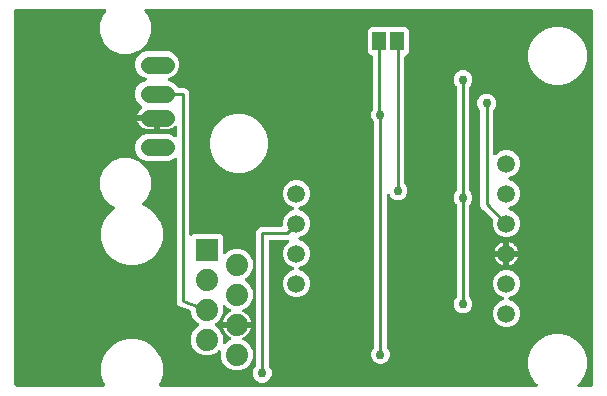
<source format=gbr>
G04 EAGLE Gerber RS-274X export*
G75*
%MOMM*%
%FSLAX34Y34*%
%LPD*%
%INTop Copper*%
%IPPOS*%
%AMOC8*
5,1,8,0,0,1.08239X$1,22.5*%
G01*
%ADD10C,1.879600*%
%ADD11R,1.879600X1.879600*%
%ADD12C,1.508000*%
%ADD13R,1.168400X1.600200*%
%ADD14C,1.458000*%
%ADD15C,0.254000*%
%ADD16C,0.756400*%

G36*
X85493Y10177D02*
X85493Y10177D01*
X85625Y10188D01*
X85650Y10197D01*
X85677Y10201D01*
X85800Y10249D01*
X85925Y10293D01*
X85948Y10308D01*
X85973Y10318D01*
X86080Y10395D01*
X86190Y10469D01*
X86208Y10489D01*
X86230Y10504D01*
X86315Y10607D01*
X86403Y10705D01*
X86416Y10729D01*
X86433Y10749D01*
X86489Y10869D01*
X86551Y10986D01*
X86557Y11013D01*
X86568Y11037D01*
X86593Y11167D01*
X86624Y11296D01*
X86623Y11323D01*
X86628Y11349D01*
X86620Y11481D01*
X86617Y11614D01*
X86610Y11640D01*
X86608Y11667D01*
X86568Y11793D01*
X86532Y11920D01*
X86515Y11955D01*
X86510Y11969D01*
X86499Y11988D01*
X86461Y12065D01*
X85082Y14452D01*
X83299Y21106D01*
X83299Y27994D01*
X85082Y34648D01*
X88526Y40613D01*
X93397Y45484D01*
X99362Y48928D01*
X106016Y50711D01*
X112904Y50711D01*
X119558Y48928D01*
X125523Y45484D01*
X130394Y40613D01*
X133838Y34648D01*
X135621Y27994D01*
X135621Y21106D01*
X133838Y14452D01*
X132459Y12065D01*
X132408Y11942D01*
X132352Y11823D01*
X132347Y11796D01*
X132336Y11771D01*
X132317Y11640D01*
X132292Y11510D01*
X132294Y11484D01*
X132290Y11457D01*
X132303Y11325D01*
X132312Y11193D01*
X132320Y11167D01*
X132323Y11141D01*
X132369Y11016D01*
X132410Y10891D01*
X132424Y10868D01*
X132433Y10842D01*
X132509Y10734D01*
X132580Y10622D01*
X132600Y10603D01*
X132615Y10581D01*
X132715Y10495D01*
X132811Y10404D01*
X132835Y10391D01*
X132855Y10373D01*
X132974Y10314D01*
X133090Y10250D01*
X133116Y10244D01*
X133140Y10232D01*
X133270Y10204D01*
X133398Y10171D01*
X133436Y10169D01*
X133451Y10165D01*
X133473Y10166D01*
X133559Y10161D01*
X451900Y10161D01*
X452037Y10178D01*
X452176Y10191D01*
X452195Y10198D01*
X452215Y10201D01*
X452344Y10252D01*
X452475Y10299D01*
X452492Y10310D01*
X452511Y10318D01*
X452623Y10399D01*
X452738Y10477D01*
X452752Y10493D01*
X452768Y10504D01*
X452857Y10612D01*
X452949Y10716D01*
X452958Y10734D01*
X452971Y10749D01*
X453030Y10875D01*
X453093Y10999D01*
X453098Y11019D01*
X453106Y11037D01*
X453133Y11173D01*
X453163Y11309D01*
X453162Y11330D01*
X453166Y11349D01*
X453158Y11488D01*
X453153Y11627D01*
X453148Y11647D01*
X453146Y11667D01*
X453104Y11799D01*
X453065Y11933D01*
X453055Y11950D01*
X453048Y11969D01*
X452974Y12087D01*
X452903Y12207D01*
X452885Y12228D01*
X452878Y12238D01*
X452863Y12252D01*
X452797Y12327D01*
X450266Y14858D01*
X447020Y20481D01*
X445339Y26753D01*
X445339Y33247D01*
X447020Y39519D01*
X450266Y45142D01*
X454858Y49734D01*
X460481Y52980D01*
X466753Y54661D01*
X473247Y54661D01*
X479519Y52980D01*
X485142Y49734D01*
X489734Y45142D01*
X492980Y39519D01*
X494661Y33247D01*
X494661Y26753D01*
X492980Y20481D01*
X489734Y14858D01*
X487203Y12327D01*
X487118Y12218D01*
X487029Y12111D01*
X487020Y12092D01*
X487008Y12076D01*
X486953Y11948D01*
X486894Y11823D01*
X486890Y11803D01*
X486882Y11784D01*
X486860Y11646D01*
X486834Y11510D01*
X486835Y11490D01*
X486832Y11470D01*
X486845Y11331D01*
X486854Y11193D01*
X486860Y11174D01*
X486862Y11154D01*
X486909Y11022D01*
X486952Y10891D01*
X486962Y10873D01*
X486969Y10854D01*
X487047Y10739D01*
X487122Y10622D01*
X487137Y10608D01*
X487148Y10591D01*
X487252Y10499D01*
X487353Y10404D01*
X487371Y10394D01*
X487386Y10381D01*
X487510Y10317D01*
X487632Y10250D01*
X487651Y10245D01*
X487670Y10236D01*
X487805Y10206D01*
X487940Y10171D01*
X487968Y10169D01*
X487980Y10166D01*
X488000Y10167D01*
X488100Y10161D01*
X498570Y10161D01*
X498688Y10176D01*
X498807Y10183D01*
X498845Y10196D01*
X498886Y10201D01*
X498996Y10244D01*
X499109Y10281D01*
X499144Y10303D01*
X499181Y10318D01*
X499277Y10387D01*
X499378Y10451D01*
X499406Y10481D01*
X499439Y10504D01*
X499515Y10596D01*
X499596Y10683D01*
X499616Y10718D01*
X499641Y10749D01*
X499692Y10857D01*
X499750Y10961D01*
X499760Y11001D01*
X499777Y11037D01*
X499799Y11154D01*
X499829Y11269D01*
X499833Y11329D01*
X499837Y11349D01*
X499835Y11370D01*
X499839Y11430D01*
X499839Y328570D01*
X499824Y328688D01*
X499817Y328807D01*
X499804Y328845D01*
X499799Y328886D01*
X499756Y328996D01*
X499719Y329109D01*
X499697Y329144D01*
X499682Y329181D01*
X499613Y329277D01*
X499549Y329378D01*
X499519Y329406D01*
X499496Y329439D01*
X499404Y329515D01*
X499317Y329596D01*
X499282Y329616D01*
X499251Y329641D01*
X499143Y329692D01*
X499039Y329750D01*
X498999Y329760D01*
X498963Y329777D01*
X498846Y329799D01*
X498731Y329829D01*
X498671Y329833D01*
X498651Y329837D01*
X498630Y329835D01*
X498570Y329839D01*
X121318Y329839D01*
X121180Y329822D01*
X121041Y329809D01*
X121022Y329802D01*
X121002Y329799D01*
X120873Y329748D01*
X120742Y329701D01*
X120725Y329690D01*
X120707Y329682D01*
X120594Y329601D01*
X120479Y329523D01*
X120466Y329507D01*
X120449Y329496D01*
X120360Y329388D01*
X120269Y329284D01*
X120259Y329266D01*
X120246Y329251D01*
X120187Y329125D01*
X120124Y329001D01*
X120120Y328981D01*
X120111Y328963D01*
X120085Y328827D01*
X120054Y328691D01*
X120055Y328670D01*
X120051Y328651D01*
X120060Y328512D01*
X120064Y328373D01*
X120070Y328353D01*
X120071Y328333D01*
X120114Y328201D01*
X120152Y328067D01*
X120163Y328050D01*
X120169Y328031D01*
X120244Y327913D01*
X120314Y327793D01*
X120333Y327772D01*
X120339Y327762D01*
X120354Y327748D01*
X120420Y327673D01*
X122343Y325750D01*
X125641Y317789D01*
X125641Y309171D01*
X122343Y301210D01*
X116250Y295117D01*
X108289Y291819D01*
X99671Y291819D01*
X91710Y295117D01*
X85617Y301210D01*
X82319Y309171D01*
X82319Y317789D01*
X85617Y325750D01*
X87540Y327673D01*
X87625Y327782D01*
X87714Y327889D01*
X87722Y327908D01*
X87735Y327924D01*
X87790Y328052D01*
X87849Y328177D01*
X87853Y328197D01*
X87861Y328216D01*
X87883Y328354D01*
X87909Y328490D01*
X87908Y328510D01*
X87911Y328530D01*
X87898Y328669D01*
X87889Y328807D01*
X87883Y328826D01*
X87881Y328846D01*
X87834Y328978D01*
X87791Y329109D01*
X87780Y329127D01*
X87773Y329146D01*
X87695Y329261D01*
X87621Y329378D01*
X87606Y329392D01*
X87595Y329409D01*
X87490Y329501D01*
X87389Y329596D01*
X87372Y329606D01*
X87356Y329619D01*
X87232Y329683D01*
X87111Y329750D01*
X87091Y329755D01*
X87073Y329764D01*
X86937Y329794D01*
X86803Y329829D01*
X86775Y329831D01*
X86763Y329834D01*
X86742Y329833D01*
X86642Y329839D01*
X11430Y329839D01*
X11312Y329824D01*
X11193Y329817D01*
X11155Y329804D01*
X11114Y329799D01*
X11004Y329756D01*
X10891Y329719D01*
X10856Y329697D01*
X10819Y329682D01*
X10723Y329613D01*
X10622Y329549D01*
X10594Y329519D01*
X10561Y329496D01*
X10485Y329404D01*
X10404Y329317D01*
X10384Y329282D01*
X10359Y329251D01*
X10308Y329143D01*
X10250Y329039D01*
X10240Y328999D01*
X10223Y328963D01*
X10201Y328846D01*
X10171Y328731D01*
X10167Y328671D01*
X10163Y328651D01*
X10165Y328630D01*
X10161Y328570D01*
X10161Y11430D01*
X10176Y11312D01*
X10183Y11193D01*
X10196Y11155D01*
X10201Y11114D01*
X10244Y11004D01*
X10281Y10891D01*
X10303Y10856D01*
X10318Y10819D01*
X10387Y10723D01*
X10451Y10622D01*
X10481Y10594D01*
X10504Y10561D01*
X10596Y10485D01*
X10683Y10404D01*
X10718Y10384D01*
X10749Y10359D01*
X10857Y10308D01*
X10961Y10250D01*
X11001Y10240D01*
X11037Y10223D01*
X11154Y10201D01*
X11269Y10171D01*
X11329Y10167D01*
X11349Y10163D01*
X11370Y10165D01*
X11430Y10161D01*
X85361Y10161D01*
X85493Y10177D01*
G37*
%LPC*%
G36*
X195682Y23787D02*
X195682Y23787D01*
X190734Y25837D01*
X186947Y29624D01*
X184897Y34572D01*
X184897Y39784D01*
X184880Y39921D01*
X184867Y40060D01*
X184860Y40079D01*
X184857Y40099D01*
X184806Y40228D01*
X184759Y40359D01*
X184748Y40376D01*
X184740Y40395D01*
X184659Y40508D01*
X184581Y40623D01*
X184565Y40636D01*
X184554Y40652D01*
X184446Y40741D01*
X184342Y40833D01*
X184324Y40842D01*
X184309Y40855D01*
X184183Y40914D01*
X184059Y40978D01*
X184039Y40982D01*
X184021Y40991D01*
X183885Y41017D01*
X183749Y41047D01*
X183728Y41047D01*
X183709Y41051D01*
X183570Y41042D01*
X183431Y41038D01*
X183411Y41032D01*
X183391Y41031D01*
X183259Y40988D01*
X183125Y40949D01*
X183108Y40939D01*
X183089Y40933D01*
X182971Y40858D01*
X182851Y40788D01*
X182830Y40769D01*
X182820Y40763D01*
X182806Y40748D01*
X182731Y40681D01*
X180586Y38537D01*
X175638Y36487D01*
X170282Y36487D01*
X165334Y38537D01*
X161547Y42324D01*
X159497Y47272D01*
X159497Y52628D01*
X161547Y57576D01*
X165334Y61363D01*
X165610Y61477D01*
X165730Y61546D01*
X165853Y61611D01*
X165868Y61625D01*
X165886Y61635D01*
X165985Y61731D01*
X166089Y61825D01*
X166100Y61842D01*
X166114Y61856D01*
X166187Y61975D01*
X166263Y62091D01*
X166270Y62110D01*
X166281Y62127D01*
X166322Y62260D01*
X166367Y62392D01*
X166368Y62412D01*
X166374Y62431D01*
X166381Y62570D01*
X166392Y62709D01*
X166388Y62729D01*
X166389Y62749D01*
X166361Y62885D01*
X166338Y63022D01*
X166329Y63041D01*
X166325Y63060D01*
X166264Y63185D01*
X166207Y63312D01*
X166194Y63328D01*
X166185Y63346D01*
X166095Y63452D01*
X166008Y63560D01*
X165992Y63573D01*
X165979Y63588D01*
X165865Y63668D01*
X165754Y63752D01*
X165729Y63764D01*
X165719Y63771D01*
X165700Y63778D01*
X165610Y63823D01*
X165334Y63937D01*
X161547Y67724D01*
X159497Y72672D01*
X159497Y73620D01*
X159490Y73679D01*
X159492Y73739D01*
X159470Y73836D01*
X159457Y73935D01*
X159435Y73991D01*
X159422Y74050D01*
X159377Y74138D01*
X159340Y74231D01*
X159305Y74279D01*
X159278Y74333D01*
X159212Y74408D01*
X159209Y74412D01*
X159197Y74431D01*
X159191Y74437D01*
X159154Y74488D01*
X159107Y74527D01*
X159067Y74572D01*
X158996Y74620D01*
X158965Y74649D01*
X158947Y74659D01*
X158909Y74691D01*
X158854Y74717D01*
X158804Y74750D01*
X158698Y74796D01*
X158686Y74803D01*
X158678Y74805D01*
X158657Y74814D01*
X152280Y77102D01*
X152145Y77132D01*
X152012Y77167D01*
X151982Y77169D01*
X151969Y77171D01*
X151953Y77171D01*
X151106Y77522D01*
X151089Y77527D01*
X151048Y77544D01*
X150160Y77863D01*
X150152Y77869D01*
X150042Y77952D01*
X150015Y77965D01*
X150004Y77972D01*
X149989Y77978D01*
X149340Y78627D01*
X149327Y78637D01*
X149296Y78669D01*
X148597Y79303D01*
X148592Y79312D01*
X148522Y79431D01*
X148502Y79453D01*
X148495Y79464D01*
X148483Y79475D01*
X148132Y80323D01*
X148124Y80338D01*
X148108Y80379D01*
X147705Y81232D01*
X147703Y81243D01*
X147684Y81379D01*
X147674Y81408D01*
X147672Y81420D01*
X147665Y81435D01*
X147665Y82352D01*
X147663Y82369D01*
X147664Y82413D01*
X147618Y83356D01*
X147621Y83367D01*
X147655Y83500D01*
X147657Y83530D01*
X147660Y83542D01*
X147659Y83563D01*
X147665Y83660D01*
X147665Y202953D01*
X147648Y203091D01*
X147635Y203229D01*
X147628Y203248D01*
X147625Y203269D01*
X147574Y203398D01*
X147527Y203529D01*
X147516Y203546D01*
X147508Y203564D01*
X147427Y203677D01*
X147349Y203792D01*
X147333Y203805D01*
X147322Y203822D01*
X147214Y203910D01*
X147110Y204002D01*
X147092Y204011D01*
X147077Y204024D01*
X146951Y204084D01*
X146827Y204147D01*
X146807Y204151D01*
X146789Y204160D01*
X146652Y204186D01*
X146517Y204217D01*
X146496Y204216D01*
X146477Y204220D01*
X146338Y204211D01*
X146199Y204207D01*
X146179Y204201D01*
X146159Y204200D01*
X146027Y204157D01*
X145893Y204118D01*
X145876Y204108D01*
X145857Y204102D01*
X145739Y204028D01*
X145619Y203957D01*
X145598Y203938D01*
X145588Y203932D01*
X145574Y203917D01*
X145499Y203850D01*
X144802Y203154D01*
X140629Y201425D01*
X121531Y201425D01*
X117358Y203154D01*
X114164Y206348D01*
X112435Y210521D01*
X112435Y215039D01*
X114164Y219212D01*
X117358Y222406D01*
X121531Y224135D01*
X140629Y224135D01*
X144802Y222406D01*
X145499Y221710D01*
X145608Y221625D01*
X145715Y221536D01*
X145734Y221527D01*
X145750Y221515D01*
X145878Y221459D01*
X146003Y221400D01*
X146023Y221396D01*
X146042Y221388D01*
X146180Y221366D01*
X146316Y221340D01*
X146336Y221342D01*
X146356Y221338D01*
X146495Y221351D01*
X146633Y221360D01*
X146652Y221366D01*
X146672Y221368D01*
X146803Y221415D01*
X146935Y221458D01*
X146953Y221469D01*
X146972Y221476D01*
X147086Y221554D01*
X147204Y221628D01*
X147218Y221643D01*
X147235Y221654D01*
X147327Y221758D01*
X147422Y221860D01*
X147432Y221878D01*
X147445Y221893D01*
X147508Y222016D01*
X147576Y222138D01*
X147581Y222158D01*
X147590Y222176D01*
X147620Y222312D01*
X147655Y222446D01*
X147657Y222474D01*
X147660Y222486D01*
X147659Y222507D01*
X147665Y222607D01*
X147665Y230108D01*
X147648Y230246D01*
X147635Y230385D01*
X147628Y230404D01*
X147625Y230424D01*
X147574Y230553D01*
X147527Y230684D01*
X147516Y230701D01*
X147508Y230719D01*
X147427Y230832D01*
X147349Y230947D01*
X147333Y230960D01*
X147322Y230977D01*
X147214Y231066D01*
X147110Y231158D01*
X147092Y231167D01*
X147077Y231180D01*
X146951Y231239D01*
X146827Y231302D01*
X146807Y231307D01*
X146789Y231315D01*
X146652Y231341D01*
X146517Y231372D01*
X146496Y231371D01*
X146477Y231375D01*
X146338Y231366D01*
X146199Y231362D01*
X146179Y231356D01*
X146159Y231355D01*
X146027Y231312D01*
X145893Y231274D01*
X145876Y231263D01*
X145857Y231257D01*
X145739Y231183D01*
X145619Y231112D01*
X145598Y231094D01*
X145588Y231087D01*
X145574Y231072D01*
X145499Y231006D01*
X144774Y230282D01*
X143523Y229372D01*
X142144Y228669D01*
X140672Y228191D01*
X139144Y227949D01*
X133454Y227949D01*
X133454Y236675D01*
X133439Y236793D01*
X133432Y236912D01*
X133419Y236950D01*
X133414Y236990D01*
X133371Y237101D01*
X133334Y237214D01*
X133312Y237248D01*
X133297Y237286D01*
X133228Y237382D01*
X133164Y237483D01*
X133134Y237511D01*
X133111Y237543D01*
X133019Y237619D01*
X132932Y237701D01*
X132897Y237720D01*
X132866Y237746D01*
X132758Y237797D01*
X132654Y237854D01*
X132614Y237864D01*
X132578Y237882D01*
X132461Y237904D01*
X132346Y237934D01*
X132286Y237938D01*
X132266Y237941D01*
X132245Y237940D01*
X132185Y237944D01*
X131244Y237944D01*
X131244Y238885D01*
X131229Y239003D01*
X131222Y239122D01*
X131209Y239160D01*
X131204Y239201D01*
X131160Y239311D01*
X131124Y239424D01*
X131102Y239459D01*
X131087Y239496D01*
X131017Y239592D01*
X130954Y239693D01*
X130924Y239721D01*
X130900Y239754D01*
X130809Y239830D01*
X130722Y239911D01*
X130687Y239931D01*
X130655Y239956D01*
X130548Y240007D01*
X130443Y240065D01*
X130404Y240075D01*
X130368Y240092D01*
X130251Y240114D01*
X130135Y240144D01*
X130075Y240148D01*
X130055Y240152D01*
X130035Y240150D01*
X129975Y240154D01*
X114225Y240154D01*
X114679Y241554D01*
X115382Y242933D01*
X116291Y244184D01*
X117386Y245278D01*
X118063Y245770D01*
X118172Y245873D01*
X118281Y245972D01*
X118287Y245981D01*
X118295Y245988D01*
X118374Y246114D01*
X118456Y246238D01*
X118460Y246248D01*
X118465Y246257D01*
X118511Y246398D01*
X118559Y246539D01*
X118560Y246549D01*
X118563Y246559D01*
X118573Y246708D01*
X118585Y246856D01*
X118583Y246866D01*
X118584Y246876D01*
X118556Y247023D01*
X118530Y247169D01*
X118526Y247179D01*
X118524Y247189D01*
X118460Y247324D01*
X118400Y247459D01*
X118393Y247467D01*
X118389Y247477D01*
X118294Y247592D01*
X118201Y247708D01*
X118193Y247714D01*
X118186Y247722D01*
X118066Y247809D01*
X117947Y247899D01*
X117934Y247905D01*
X117929Y247909D01*
X117916Y247914D01*
X117802Y247970D01*
X117358Y248154D01*
X114164Y251348D01*
X112435Y255521D01*
X112435Y260039D01*
X114164Y264212D01*
X117358Y267406D01*
X121465Y269107D01*
X121586Y269176D01*
X121709Y269241D01*
X121724Y269255D01*
X121742Y269265D01*
X121842Y269362D01*
X121944Y269455D01*
X121955Y269472D01*
X121970Y269486D01*
X122043Y269604D01*
X122119Y269721D01*
X122126Y269740D01*
X122136Y269757D01*
X122177Y269890D01*
X122222Y270022D01*
X122224Y270042D01*
X122230Y270061D01*
X122237Y270200D01*
X122248Y270339D01*
X122244Y270359D01*
X122245Y270379D01*
X122217Y270515D01*
X122193Y270652D01*
X122185Y270671D01*
X122181Y270690D01*
X122120Y270815D01*
X122063Y270942D01*
X122050Y270958D01*
X122041Y270976D01*
X121951Y271082D01*
X121864Y271190D01*
X121848Y271203D01*
X121835Y271218D01*
X121721Y271298D01*
X121610Y271382D01*
X121585Y271394D01*
X121575Y271401D01*
X121555Y271408D01*
X121465Y271453D01*
X117358Y273154D01*
X114164Y276348D01*
X112435Y280521D01*
X112435Y285039D01*
X114164Y289212D01*
X117358Y292406D01*
X121531Y294135D01*
X140629Y294135D01*
X144802Y292406D01*
X147996Y289212D01*
X149725Y285039D01*
X149725Y280521D01*
X147996Y276348D01*
X144802Y273154D01*
X140695Y271453D01*
X140574Y271384D01*
X140451Y271319D01*
X140436Y271305D01*
X140418Y271295D01*
X140318Y271198D01*
X140216Y271105D01*
X140205Y271088D01*
X140190Y271074D01*
X140117Y270955D01*
X140041Y270839D01*
X140034Y270820D01*
X140024Y270803D01*
X139983Y270670D01*
X139938Y270538D01*
X139936Y270518D01*
X139930Y270499D01*
X139923Y270360D01*
X139912Y270221D01*
X139916Y270201D01*
X139915Y270181D01*
X139943Y270045D01*
X139967Y269908D01*
X139975Y269889D01*
X139979Y269870D01*
X140041Y269744D01*
X140097Y269618D01*
X140110Y269602D01*
X140119Y269584D01*
X140209Y269478D01*
X140296Y269370D01*
X140312Y269357D01*
X140325Y269342D01*
X140439Y269262D01*
X140550Y269178D01*
X140575Y269166D01*
X140585Y269159D01*
X140605Y269152D01*
X140695Y269107D01*
X144802Y267406D01*
X147996Y264212D01*
X148126Y263898D01*
X148141Y263873D01*
X148150Y263845D01*
X148219Y263735D01*
X148284Y263622D01*
X148304Y263601D01*
X148320Y263576D01*
X148415Y263487D01*
X148505Y263394D01*
X148530Y263378D01*
X148552Y263358D01*
X148665Y263295D01*
X148776Y263227D01*
X148804Y263219D01*
X148830Y263204D01*
X148956Y263172D01*
X149080Y263134D01*
X149109Y263132D01*
X149138Y263125D01*
X149299Y263115D01*
X154061Y263115D01*
X156022Y262303D01*
X157523Y260802D01*
X158335Y258841D01*
X158335Y139133D01*
X158352Y138996D01*
X158365Y138857D01*
X158372Y138838D01*
X158375Y138818D01*
X158426Y138689D01*
X158473Y138558D01*
X158484Y138541D01*
X158492Y138522D01*
X158573Y138410D01*
X158651Y138295D01*
X158667Y138281D01*
X158678Y138265D01*
X158786Y138176D01*
X158890Y138084D01*
X158908Y138075D01*
X158923Y138062D01*
X159049Y138003D01*
X159173Y137940D01*
X159193Y137935D01*
X159211Y137926D01*
X159348Y137900D01*
X159483Y137870D01*
X159504Y137870D01*
X159523Y137867D01*
X159662Y137875D01*
X159801Y137880D01*
X159821Y137885D01*
X159841Y137886D01*
X159973Y137929D01*
X160107Y137968D01*
X160124Y137978D01*
X160143Y137984D01*
X160261Y138059D01*
X160381Y138129D01*
X160402Y138148D01*
X160412Y138155D01*
X160426Y138170D01*
X160501Y138236D01*
X161878Y139613D01*
X184042Y139613D01*
X186423Y137232D01*
X186423Y123616D01*
X186440Y123479D01*
X186453Y123340D01*
X186460Y123321D01*
X186463Y123301D01*
X186514Y123172D01*
X186561Y123041D01*
X186572Y123024D01*
X186580Y123005D01*
X186661Y122892D01*
X186739Y122777D01*
X186755Y122764D01*
X186766Y122748D01*
X186874Y122659D01*
X186978Y122567D01*
X186996Y122558D01*
X187011Y122545D01*
X187137Y122486D01*
X187261Y122422D01*
X187281Y122418D01*
X187299Y122409D01*
X187435Y122383D01*
X187571Y122353D01*
X187592Y122353D01*
X187611Y122349D01*
X187750Y122358D01*
X187889Y122362D01*
X187909Y122368D01*
X187929Y122369D01*
X188061Y122412D01*
X188195Y122451D01*
X188212Y122461D01*
X188231Y122467D01*
X188349Y122542D01*
X188469Y122612D01*
X188490Y122631D01*
X188500Y122637D01*
X188514Y122652D01*
X188589Y122719D01*
X190734Y124863D01*
X195682Y126913D01*
X201038Y126913D01*
X205986Y124863D01*
X209773Y121076D01*
X211823Y116128D01*
X211823Y110772D01*
X209773Y105824D01*
X205986Y102037D01*
X205710Y101923D01*
X205589Y101854D01*
X205467Y101789D01*
X205452Y101775D01*
X205434Y101765D01*
X205334Y101668D01*
X205231Y101575D01*
X205220Y101558D01*
X205206Y101544D01*
X205133Y101426D01*
X205056Y101309D01*
X205050Y101290D01*
X205039Y101273D01*
X204998Y101140D01*
X204953Y101008D01*
X204952Y100988D01*
X204946Y100969D01*
X204939Y100830D01*
X204928Y100691D01*
X204932Y100671D01*
X204931Y100651D01*
X204959Y100515D01*
X204983Y100378D01*
X204991Y100359D01*
X204995Y100340D01*
X205056Y100214D01*
X205113Y100088D01*
X205126Y100072D01*
X205135Y100054D01*
X205225Y99948D01*
X205312Y99839D01*
X205328Y99827D01*
X205341Y99812D01*
X205455Y99731D01*
X205566Y99648D01*
X205591Y99636D01*
X205601Y99629D01*
X205620Y99622D01*
X205710Y99577D01*
X205986Y99463D01*
X209773Y95676D01*
X211823Y90728D01*
X211823Y85372D01*
X209773Y80424D01*
X205986Y76637D01*
X203687Y75685D01*
X203609Y75640D01*
X203527Y75605D01*
X203472Y75562D01*
X203411Y75527D01*
X203346Y75465D01*
X203276Y75410D01*
X203233Y75355D01*
X203182Y75306D01*
X203135Y75229D01*
X203081Y75159D01*
X203053Y75094D01*
X203016Y75035D01*
X202990Y74949D01*
X202954Y74867D01*
X202943Y74798D01*
X202922Y74731D01*
X202918Y74641D01*
X202904Y74553D01*
X202911Y74483D01*
X202907Y74413D01*
X202925Y74325D01*
X202934Y74236D01*
X202957Y74170D01*
X202972Y74102D01*
X203011Y74021D01*
X203041Y73937D01*
X203080Y73879D01*
X203111Y73816D01*
X203170Y73748D01*
X203220Y73674D01*
X203272Y73627D01*
X203318Y73574D01*
X203391Y73522D01*
X203458Y73463D01*
X203566Y73399D01*
X203578Y73391D01*
X203584Y73388D01*
X203597Y73381D01*
X204617Y72861D01*
X206138Y71756D01*
X207466Y70428D01*
X208571Y68907D01*
X209424Y67233D01*
X210005Y65446D01*
X210052Y65149D01*
X199590Y65149D01*
X199472Y65134D01*
X199353Y65127D01*
X199315Y65114D01*
X199275Y65109D01*
X199164Y65066D01*
X199051Y65029D01*
X199017Y65007D01*
X198979Y64992D01*
X198883Y64923D01*
X198782Y64859D01*
X198754Y64829D01*
X198722Y64806D01*
X198646Y64714D01*
X198564Y64627D01*
X198545Y64592D01*
X198519Y64561D01*
X198468Y64453D01*
X198411Y64349D01*
X198401Y64309D01*
X198383Y64273D01*
X198363Y64166D01*
X198359Y64196D01*
X198315Y64306D01*
X198279Y64419D01*
X198257Y64454D01*
X198242Y64491D01*
X198172Y64587D01*
X198109Y64688D01*
X198079Y64716D01*
X198055Y64749D01*
X197964Y64825D01*
X197877Y64906D01*
X197842Y64926D01*
X197810Y64951D01*
X197703Y65002D01*
X197598Y65060D01*
X197559Y65070D01*
X197523Y65087D01*
X197406Y65109D01*
X197290Y65139D01*
X197230Y65143D01*
X197210Y65147D01*
X197190Y65145D01*
X197130Y65149D01*
X186668Y65149D01*
X186715Y65446D01*
X187296Y67233D01*
X188149Y68907D01*
X189254Y70428D01*
X190582Y71756D01*
X192103Y72861D01*
X193123Y73381D01*
X193198Y73431D01*
X193277Y73473D01*
X193329Y73520D01*
X193387Y73560D01*
X193446Y73627D01*
X193512Y73687D01*
X193551Y73746D01*
X193597Y73798D01*
X193638Y73878D01*
X193687Y73953D01*
X193710Y74019D01*
X193741Y74082D01*
X193761Y74169D01*
X193790Y74254D01*
X193796Y74324D01*
X193811Y74392D01*
X193808Y74481D01*
X193815Y74571D01*
X193803Y74640D01*
X193801Y74710D01*
X193776Y74796D01*
X193761Y74884D01*
X193732Y74948D01*
X193712Y75015D01*
X193667Y75092D01*
X193630Y75174D01*
X193586Y75229D01*
X193551Y75289D01*
X193488Y75352D01*
X193432Y75422D01*
X193376Y75465D01*
X193326Y75514D01*
X193249Y75560D01*
X193178Y75614D01*
X193065Y75669D01*
X193053Y75676D01*
X193046Y75678D01*
X193033Y75685D01*
X190734Y76637D01*
X188589Y78781D01*
X188480Y78867D01*
X188373Y78955D01*
X188354Y78964D01*
X188338Y78976D01*
X188210Y79032D01*
X188085Y79091D01*
X188065Y79095D01*
X188046Y79103D01*
X187908Y79125D01*
X187772Y79151D01*
X187752Y79149D01*
X187732Y79152D01*
X187593Y79139D01*
X187455Y79131D01*
X187436Y79125D01*
X187416Y79123D01*
X187284Y79075D01*
X187153Y79033D01*
X187135Y79022D01*
X187116Y79015D01*
X187001Y78937D01*
X186884Y78863D01*
X186870Y78848D01*
X186853Y78836D01*
X186761Y78732D01*
X186666Y78631D01*
X186656Y78613D01*
X186643Y78598D01*
X186579Y78474D01*
X186512Y78352D01*
X186507Y78333D01*
X186498Y78315D01*
X186468Y78179D01*
X186433Y78045D01*
X186431Y78016D01*
X186428Y78005D01*
X186429Y77984D01*
X186423Y77884D01*
X186423Y72672D01*
X184373Y67724D01*
X180586Y63937D01*
X180310Y63823D01*
X180189Y63754D01*
X180067Y63689D01*
X180052Y63675D01*
X180034Y63665D01*
X179934Y63568D01*
X179831Y63475D01*
X179820Y63458D01*
X179806Y63444D01*
X179733Y63326D01*
X179656Y63209D01*
X179650Y63190D01*
X179639Y63173D01*
X179598Y63040D01*
X179553Y62908D01*
X179552Y62888D01*
X179546Y62869D01*
X179539Y62730D01*
X179528Y62591D01*
X179532Y62571D01*
X179531Y62551D01*
X179559Y62415D01*
X179583Y62278D01*
X179591Y62259D01*
X179595Y62240D01*
X179656Y62114D01*
X179713Y61988D01*
X179726Y61972D01*
X179735Y61954D01*
X179825Y61848D01*
X179912Y61739D01*
X179928Y61727D01*
X179941Y61712D01*
X180055Y61631D01*
X180166Y61548D01*
X180191Y61536D01*
X180201Y61529D01*
X180220Y61522D01*
X180310Y61477D01*
X180586Y61363D01*
X184373Y57576D01*
X186423Y52628D01*
X186423Y47416D01*
X186440Y47279D01*
X186453Y47140D01*
X186460Y47121D01*
X186463Y47101D01*
X186514Y46972D01*
X186561Y46841D01*
X186572Y46824D01*
X186580Y46805D01*
X186661Y46692D01*
X186739Y46577D01*
X186755Y46564D01*
X186766Y46548D01*
X186874Y46459D01*
X186978Y46367D01*
X186996Y46358D01*
X187011Y46345D01*
X187137Y46286D01*
X187261Y46222D01*
X187281Y46218D01*
X187299Y46209D01*
X187435Y46183D01*
X187571Y46153D01*
X187592Y46153D01*
X187611Y46149D01*
X187750Y46158D01*
X187889Y46162D01*
X187909Y46168D01*
X187929Y46169D01*
X188061Y46212D01*
X188195Y46251D01*
X188212Y46261D01*
X188231Y46267D01*
X188349Y46342D01*
X188469Y46412D01*
X188490Y46431D01*
X188500Y46437D01*
X188514Y46452D01*
X188589Y46519D01*
X190734Y48663D01*
X193033Y49615D01*
X193091Y49648D01*
X193131Y49664D01*
X193146Y49675D01*
X193193Y49695D01*
X193248Y49738D01*
X193309Y49773D01*
X193374Y49835D01*
X193444Y49890D01*
X193487Y49945D01*
X193538Y49994D01*
X193585Y50071D01*
X193639Y50141D01*
X193667Y50206D01*
X193704Y50265D01*
X193730Y50351D01*
X193766Y50433D01*
X193777Y50502D01*
X193798Y50569D01*
X193802Y50659D01*
X193816Y50747D01*
X193809Y50817D01*
X193813Y50887D01*
X193795Y50975D01*
X193786Y51064D01*
X193763Y51130D01*
X193748Y51198D01*
X193709Y51279D01*
X193679Y51363D01*
X193640Y51421D01*
X193609Y51484D01*
X193550Y51552D01*
X193500Y51626D01*
X193448Y51673D01*
X193402Y51726D01*
X193329Y51778D01*
X193262Y51837D01*
X193154Y51901D01*
X193142Y51909D01*
X193136Y51912D01*
X193123Y51919D01*
X192103Y52439D01*
X190582Y53544D01*
X189254Y54872D01*
X188149Y56393D01*
X187296Y58067D01*
X186715Y59854D01*
X186668Y60151D01*
X197130Y60151D01*
X197248Y60166D01*
X197367Y60173D01*
X197405Y60185D01*
X197445Y60191D01*
X197556Y60234D01*
X197669Y60271D01*
X197703Y60293D01*
X197741Y60308D01*
X197837Y60377D01*
X197938Y60441D01*
X197966Y60471D01*
X197998Y60494D01*
X198074Y60586D01*
X198156Y60673D01*
X198175Y60708D01*
X198201Y60739D01*
X198252Y60847D01*
X198309Y60951D01*
X198319Y60991D01*
X198337Y61027D01*
X198357Y61134D01*
X198361Y61104D01*
X198405Y60994D01*
X198441Y60881D01*
X198463Y60846D01*
X198478Y60809D01*
X198548Y60712D01*
X198611Y60612D01*
X198641Y60584D01*
X198665Y60551D01*
X198756Y60475D01*
X198843Y60394D01*
X198878Y60374D01*
X198910Y60349D01*
X199017Y60298D01*
X199122Y60240D01*
X199161Y60230D01*
X199197Y60213D01*
X199314Y60191D01*
X199430Y60161D01*
X199490Y60157D01*
X199510Y60153D01*
X199530Y60155D01*
X199590Y60151D01*
X210052Y60151D01*
X210005Y59854D01*
X209424Y58067D01*
X208571Y56393D01*
X207466Y54872D01*
X206138Y53544D01*
X204617Y52439D01*
X203597Y51919D01*
X203522Y51869D01*
X203443Y51827D01*
X203391Y51780D01*
X203333Y51740D01*
X203274Y51673D01*
X203208Y51613D01*
X203169Y51554D01*
X203123Y51502D01*
X203082Y51422D01*
X203033Y51347D01*
X203010Y51281D01*
X202979Y51218D01*
X202959Y51131D01*
X202930Y51046D01*
X202924Y50976D01*
X202909Y50908D01*
X202912Y50819D01*
X202905Y50729D01*
X202917Y50660D01*
X202919Y50590D01*
X202944Y50504D01*
X202959Y50416D01*
X202988Y50352D01*
X203008Y50285D01*
X203053Y50208D01*
X203090Y50126D01*
X203134Y50071D01*
X203169Y50011D01*
X203232Y49948D01*
X203288Y49878D01*
X203344Y49835D01*
X203394Y49786D01*
X203453Y49751D01*
X203457Y49749D01*
X203471Y49740D01*
X203542Y49686D01*
X203655Y49631D01*
X203667Y49624D01*
X203674Y49622D01*
X203687Y49615D01*
X205986Y48663D01*
X209773Y44876D01*
X211823Y39928D01*
X211823Y34572D01*
X209773Y29624D01*
X205986Y25837D01*
X201038Y23787D01*
X195682Y23787D01*
G37*
%LPD*%
%LPC*%
G36*
X318439Y29403D02*
X318439Y29403D01*
X315555Y30598D01*
X313348Y32805D01*
X312153Y35689D01*
X312153Y38811D01*
X313348Y41695D01*
X314294Y42640D01*
X314354Y42719D01*
X314422Y42791D01*
X314451Y42844D01*
X314488Y42892D01*
X314528Y42983D01*
X314576Y43069D01*
X314591Y43128D01*
X314615Y43184D01*
X314630Y43282D01*
X314655Y43377D01*
X314661Y43477D01*
X314665Y43498D01*
X314663Y43510D01*
X314665Y43538D01*
X314665Y233712D01*
X314653Y233810D01*
X314650Y233909D01*
X314633Y233967D01*
X314625Y234028D01*
X314589Y234120D01*
X314561Y234215D01*
X314531Y234267D01*
X314508Y234323D01*
X314450Y234403D01*
X314400Y234489D01*
X314334Y234564D01*
X314322Y234581D01*
X314312Y234588D01*
X314294Y234610D01*
X313348Y235555D01*
X312153Y238439D01*
X312153Y241561D01*
X313348Y244445D01*
X313474Y244570D01*
X313534Y244649D01*
X313602Y244721D01*
X313631Y244774D01*
X313668Y244822D01*
X313708Y244913D01*
X313756Y244999D01*
X313771Y245058D01*
X313795Y245114D01*
X313810Y245212D01*
X313835Y245307D01*
X313841Y245407D01*
X313845Y245428D01*
X313843Y245440D01*
X313845Y245468D01*
X313845Y289265D01*
X313830Y289383D01*
X313823Y289502D01*
X313810Y289540D01*
X313805Y289581D01*
X313762Y289691D01*
X313725Y289804D01*
X313703Y289839D01*
X313688Y289876D01*
X313619Y289972D01*
X313555Y290073D01*
X313525Y290101D01*
X313502Y290134D01*
X313410Y290210D01*
X313323Y290291D01*
X313288Y290311D01*
X313257Y290336D01*
X313149Y290387D01*
X313045Y290445D01*
X313005Y290455D01*
X312969Y290472D01*
X312852Y290494D01*
X312737Y290524D01*
X312677Y290528D01*
X312657Y290532D01*
X312636Y290530D01*
X312576Y290534D01*
X311654Y290534D01*
X309273Y292915D01*
X309273Y312285D01*
X311654Y314666D01*
X341946Y314666D01*
X344327Y312285D01*
X344327Y292915D01*
X341946Y290534D01*
X341604Y290534D01*
X341486Y290519D01*
X341367Y290512D01*
X341329Y290499D01*
X341288Y290494D01*
X341178Y290451D01*
X341065Y290414D01*
X341030Y290392D01*
X340993Y290377D01*
X340897Y290308D01*
X340796Y290244D01*
X340768Y290214D01*
X340735Y290191D01*
X340659Y290099D01*
X340578Y290012D01*
X340558Y289977D01*
X340533Y289946D01*
X340482Y289838D01*
X340424Y289734D01*
X340414Y289694D01*
X340397Y289658D01*
X340375Y289541D01*
X340345Y289426D01*
X340341Y289366D01*
X340337Y289346D01*
X340339Y289325D01*
X340335Y289265D01*
X340335Y182288D01*
X340347Y182190D01*
X340350Y182091D01*
X340367Y182033D01*
X340375Y181972D01*
X340411Y181880D01*
X340439Y181785D01*
X340469Y181733D01*
X340492Y181677D01*
X340550Y181597D01*
X340600Y181511D01*
X340666Y181436D01*
X340678Y181419D01*
X340688Y181412D01*
X340706Y181390D01*
X341652Y180445D01*
X342847Y177561D01*
X342847Y174439D01*
X341652Y171555D01*
X339445Y169348D01*
X336561Y168153D01*
X333439Y168153D01*
X330555Y169348D01*
X328348Y171555D01*
X327777Y172934D01*
X327742Y172995D01*
X327716Y173060D01*
X327664Y173132D01*
X327619Y173211D01*
X327571Y173261D01*
X327530Y173317D01*
X327460Y173374D01*
X327398Y173439D01*
X327338Y173475D01*
X327285Y173520D01*
X327203Y173558D01*
X327127Y173605D01*
X327060Y173626D01*
X326997Y173655D01*
X326909Y173672D01*
X326823Y173699D01*
X326753Y173702D01*
X326684Y173715D01*
X326595Y173710D01*
X326505Y173714D01*
X326437Y173700D01*
X326367Y173696D01*
X326282Y173668D01*
X326194Y173650D01*
X326131Y173619D01*
X326065Y173597D01*
X325989Y173549D01*
X325908Y173510D01*
X325855Y173465D01*
X325796Y173427D01*
X325734Y173362D01*
X325666Y173304D01*
X325626Y173247D01*
X325578Y173196D01*
X325535Y173117D01*
X325483Y173044D01*
X325458Y172978D01*
X325424Y172917D01*
X325402Y172830D01*
X325370Y172746D01*
X325362Y172677D01*
X325345Y172609D01*
X325335Y172449D01*
X325335Y43538D01*
X325347Y43440D01*
X325350Y43341D01*
X325367Y43283D01*
X325375Y43222D01*
X325411Y43130D01*
X325439Y43035D01*
X325469Y42983D01*
X325492Y42927D01*
X325550Y42847D01*
X325600Y42761D01*
X325666Y42686D01*
X325678Y42669D01*
X325688Y42662D01*
X325706Y42640D01*
X326652Y41695D01*
X327847Y38811D01*
X327847Y35689D01*
X326652Y32805D01*
X324445Y30598D01*
X321561Y29403D01*
X318439Y29403D01*
G37*
%LPD*%
%LPC*%
G36*
X106016Y112689D02*
X106016Y112689D01*
X99362Y114472D01*
X93397Y117916D01*
X88526Y122787D01*
X85082Y128752D01*
X83299Y135406D01*
X83299Y142294D01*
X85082Y148948D01*
X88526Y154913D01*
X93397Y159784D01*
X94430Y160380D01*
X94475Y160414D01*
X94525Y160441D01*
X94601Y160510D01*
X94683Y160572D01*
X94718Y160617D01*
X94760Y160655D01*
X94817Y160741D01*
X94881Y160822D01*
X94904Y160873D01*
X94935Y160920D01*
X94968Y161018D01*
X95010Y161112D01*
X95020Y161168D01*
X95038Y161221D01*
X95046Y161324D01*
X95063Y161426D01*
X95059Y161482D01*
X95063Y161538D01*
X95046Y161640D01*
X95037Y161743D01*
X95018Y161796D01*
X95009Y161851D01*
X94966Y161946D01*
X94933Y162043D01*
X94901Y162090D01*
X94878Y162141D01*
X94814Y162222D01*
X94757Y162308D01*
X94715Y162346D01*
X94680Y162390D01*
X94597Y162452D01*
X94521Y162521D01*
X94471Y162547D01*
X94426Y162581D01*
X94281Y162652D01*
X91710Y163717D01*
X85617Y169810D01*
X82319Y177771D01*
X82319Y186389D01*
X85617Y194350D01*
X91710Y200443D01*
X99671Y203741D01*
X108289Y203741D01*
X116250Y200443D01*
X122343Y194350D01*
X125641Y186389D01*
X125641Y177771D01*
X122343Y169810D01*
X118118Y165585D01*
X118037Y165480D01*
X117951Y165379D01*
X117939Y165355D01*
X117923Y165334D01*
X117870Y165212D01*
X117812Y165093D01*
X117807Y165067D01*
X117796Y165042D01*
X117776Y164911D01*
X117749Y164781D01*
X117751Y164754D01*
X117747Y164728D01*
X117759Y164596D01*
X117766Y164464D01*
X117774Y164438D01*
X117776Y164411D01*
X117821Y164286D01*
X117861Y164160D01*
X117875Y164137D01*
X117884Y164112D01*
X117958Y164002D01*
X118028Y163890D01*
X118047Y163871D01*
X118063Y163849D01*
X118162Y163761D01*
X118257Y163669D01*
X118281Y163656D01*
X118301Y163638D01*
X118419Y163578D01*
X118534Y163513D01*
X118570Y163500D01*
X118584Y163493D01*
X118605Y163489D01*
X118687Y163461D01*
X119558Y163228D01*
X125523Y159784D01*
X130394Y154913D01*
X133838Y148948D01*
X135621Y142294D01*
X135621Y135406D01*
X133838Y128752D01*
X130394Y122787D01*
X125523Y117916D01*
X119558Y114472D01*
X112904Y112689D01*
X106016Y112689D01*
G37*
%LPD*%
%LPC*%
G36*
X218439Y13583D02*
X218439Y13583D01*
X215555Y14778D01*
X213348Y16985D01*
X212153Y19869D01*
X212153Y22991D01*
X213348Y25875D01*
X214294Y26820D01*
X214354Y26899D01*
X214422Y26971D01*
X214451Y27024D01*
X214488Y27072D01*
X214528Y27163D01*
X214576Y27249D01*
X214591Y27308D01*
X214615Y27364D01*
X214630Y27462D01*
X214655Y27557D01*
X214661Y27657D01*
X214665Y27678D01*
X214663Y27690D01*
X214665Y27718D01*
X214665Y141061D01*
X215477Y143022D01*
X216978Y144523D01*
X218939Y145335D01*
X235926Y145335D01*
X236044Y145350D01*
X236163Y145357D01*
X236201Y145370D01*
X236242Y145375D01*
X236352Y145418D01*
X236465Y145455D01*
X236500Y145477D01*
X236537Y145492D01*
X236633Y145561D01*
X236734Y145625D01*
X236762Y145655D01*
X236795Y145678D01*
X236871Y145770D01*
X236952Y145857D01*
X236972Y145892D01*
X236997Y145923D01*
X237048Y146031D01*
X237106Y146135D01*
X237116Y146175D01*
X237133Y146211D01*
X237155Y146328D01*
X237185Y146443D01*
X237189Y146503D01*
X237193Y146523D01*
X237191Y146544D01*
X237195Y146604D01*
X237195Y150408D01*
X238962Y154674D01*
X242226Y157938D01*
X246305Y159627D01*
X246425Y159696D01*
X246549Y159761D01*
X246564Y159775D01*
X246581Y159785D01*
X246681Y159882D01*
X246784Y159975D01*
X246795Y159992D01*
X246810Y160006D01*
X246882Y160124D01*
X246959Y160241D01*
X246965Y160260D01*
X246976Y160277D01*
X247017Y160410D01*
X247062Y160542D01*
X247064Y160562D01*
X247069Y160581D01*
X247076Y160720D01*
X247087Y160859D01*
X247084Y160879D01*
X247085Y160899D01*
X247056Y161035D01*
X247033Y161172D01*
X247024Y161191D01*
X247020Y161210D01*
X246959Y161335D01*
X246902Y161462D01*
X246890Y161478D01*
X246881Y161496D01*
X246790Y161602D01*
X246704Y161710D01*
X246687Y161723D01*
X246674Y161738D01*
X246561Y161818D01*
X246449Y161902D01*
X246424Y161914D01*
X246414Y161921D01*
X246395Y161928D01*
X246305Y161973D01*
X242226Y163662D01*
X238962Y166926D01*
X237195Y171192D01*
X237195Y175808D01*
X238962Y180074D01*
X242226Y183338D01*
X246492Y185105D01*
X251108Y185105D01*
X255374Y183338D01*
X258638Y180074D01*
X260405Y175808D01*
X260405Y171192D01*
X258638Y166926D01*
X255374Y163662D01*
X251295Y161973D01*
X251174Y161904D01*
X251051Y161839D01*
X251036Y161825D01*
X251019Y161815D01*
X250919Y161718D01*
X250816Y161625D01*
X250805Y161608D01*
X250790Y161594D01*
X250717Y161475D01*
X250641Y161359D01*
X250635Y161340D01*
X250624Y161323D01*
X250583Y161190D01*
X250538Y161058D01*
X250537Y161038D01*
X250531Y161019D01*
X250524Y160880D01*
X250513Y160741D01*
X250516Y160721D01*
X250515Y160701D01*
X250544Y160565D01*
X250567Y160428D01*
X250576Y160409D01*
X250580Y160390D01*
X250641Y160264D01*
X250698Y160138D01*
X250710Y160122D01*
X250719Y160104D01*
X250810Y159998D01*
X250896Y159890D01*
X250913Y159877D01*
X250926Y159862D01*
X251040Y159782D01*
X251151Y159698D01*
X251176Y159686D01*
X251186Y159679D01*
X251205Y159672D01*
X251295Y159627D01*
X255374Y157938D01*
X258638Y154674D01*
X260405Y150408D01*
X260405Y145792D01*
X258638Y141526D01*
X255374Y138262D01*
X251295Y136573D01*
X251174Y136504D01*
X251051Y136439D01*
X251036Y136425D01*
X251019Y136415D01*
X250919Y136318D01*
X250816Y136225D01*
X250805Y136208D01*
X250790Y136194D01*
X250717Y136075D01*
X250641Y135959D01*
X250635Y135940D01*
X250624Y135923D01*
X250583Y135790D01*
X250538Y135658D01*
X250537Y135638D01*
X250531Y135619D01*
X250524Y135480D01*
X250513Y135341D01*
X250516Y135321D01*
X250515Y135301D01*
X250544Y135165D01*
X250567Y135028D01*
X250576Y135009D01*
X250580Y134990D01*
X250641Y134864D01*
X250698Y134738D01*
X250710Y134722D01*
X250719Y134704D01*
X250810Y134598D01*
X250896Y134490D01*
X250913Y134477D01*
X250926Y134462D01*
X251040Y134382D01*
X251151Y134298D01*
X251176Y134286D01*
X251186Y134279D01*
X251205Y134272D01*
X251295Y134227D01*
X255374Y132538D01*
X258638Y129274D01*
X260405Y125008D01*
X260405Y120392D01*
X258638Y116126D01*
X255374Y112862D01*
X251295Y111173D01*
X251174Y111104D01*
X251051Y111039D01*
X251036Y111025D01*
X251019Y111015D01*
X250919Y110918D01*
X250816Y110825D01*
X250805Y110808D01*
X250790Y110794D01*
X250717Y110675D01*
X250641Y110559D01*
X250635Y110540D01*
X250624Y110523D01*
X250583Y110390D01*
X250538Y110258D01*
X250537Y110238D01*
X250531Y110219D01*
X250524Y110080D01*
X250513Y109941D01*
X250516Y109921D01*
X250515Y109901D01*
X250544Y109765D01*
X250567Y109628D01*
X250576Y109609D01*
X250580Y109590D01*
X250641Y109464D01*
X250698Y109338D01*
X250710Y109322D01*
X250719Y109304D01*
X250810Y109198D01*
X250896Y109090D01*
X250913Y109077D01*
X250926Y109062D01*
X251040Y108982D01*
X251151Y108898D01*
X251176Y108886D01*
X251186Y108879D01*
X251205Y108872D01*
X251295Y108827D01*
X255374Y107138D01*
X258638Y103874D01*
X260405Y99608D01*
X260405Y94992D01*
X258638Y90726D01*
X255374Y87462D01*
X251108Y85695D01*
X246492Y85695D01*
X242226Y87462D01*
X238962Y90726D01*
X237195Y94992D01*
X237195Y99608D01*
X238962Y103874D01*
X242226Y107138D01*
X246305Y108827D01*
X246425Y108896D01*
X246549Y108961D01*
X246564Y108975D01*
X246581Y108985D01*
X246681Y109082D01*
X246784Y109175D01*
X246795Y109192D01*
X246810Y109206D01*
X246882Y109324D01*
X246959Y109441D01*
X246965Y109460D01*
X246976Y109477D01*
X247017Y109610D01*
X247062Y109742D01*
X247064Y109762D01*
X247069Y109781D01*
X247076Y109920D01*
X247087Y110059D01*
X247084Y110079D01*
X247085Y110099D01*
X247056Y110235D01*
X247033Y110372D01*
X247024Y110391D01*
X247020Y110410D01*
X246959Y110535D01*
X246902Y110662D01*
X246890Y110678D01*
X246881Y110696D01*
X246790Y110802D01*
X246704Y110910D01*
X246687Y110923D01*
X246674Y110938D01*
X246561Y111018D01*
X246449Y111102D01*
X246424Y111114D01*
X246414Y111121D01*
X246395Y111128D01*
X246305Y111173D01*
X242226Y112862D01*
X238962Y116126D01*
X237195Y120392D01*
X237195Y125008D01*
X238962Y129274D01*
X242187Y132499D01*
X242272Y132608D01*
X242361Y132715D01*
X242369Y132734D01*
X242382Y132750D01*
X242437Y132878D01*
X242496Y133003D01*
X242500Y133023D01*
X242508Y133042D01*
X242530Y133180D01*
X242556Y133316D01*
X242555Y133336D01*
X242558Y133356D01*
X242545Y133495D01*
X242536Y133633D01*
X242530Y133652D01*
X242528Y133672D01*
X242481Y133804D01*
X242438Y133935D01*
X242428Y133953D01*
X242421Y133972D01*
X242343Y134087D01*
X242268Y134204D01*
X242253Y134218D01*
X242242Y134235D01*
X242138Y134327D01*
X242037Y134422D01*
X242019Y134432D01*
X242004Y134445D01*
X241880Y134509D01*
X241758Y134576D01*
X241739Y134581D01*
X241720Y134590D01*
X241585Y134620D01*
X241450Y134655D01*
X241422Y134657D01*
X241410Y134660D01*
X241390Y134659D01*
X241289Y134665D01*
X226604Y134665D01*
X226486Y134650D01*
X226367Y134643D01*
X226329Y134630D01*
X226288Y134625D01*
X226178Y134582D01*
X226065Y134545D01*
X226030Y134523D01*
X225993Y134508D01*
X225897Y134439D01*
X225796Y134375D01*
X225768Y134345D01*
X225735Y134322D01*
X225659Y134230D01*
X225578Y134143D01*
X225558Y134108D01*
X225533Y134077D01*
X225482Y133969D01*
X225424Y133865D01*
X225414Y133825D01*
X225397Y133789D01*
X225375Y133672D01*
X225345Y133557D01*
X225341Y133497D01*
X225337Y133477D01*
X225339Y133456D01*
X225335Y133396D01*
X225335Y27718D01*
X225347Y27620D01*
X225350Y27521D01*
X225367Y27463D01*
X225375Y27402D01*
X225411Y27310D01*
X225439Y27215D01*
X225469Y27163D01*
X225492Y27107D01*
X225550Y27027D01*
X225600Y26941D01*
X225666Y26866D01*
X225678Y26849D01*
X225688Y26842D01*
X225706Y26820D01*
X226652Y25875D01*
X227847Y22991D01*
X227847Y19869D01*
X226652Y16985D01*
X224445Y14778D01*
X221561Y13583D01*
X218439Y13583D01*
G37*
%LPD*%
%LPC*%
G36*
X424292Y136495D02*
X424292Y136495D01*
X420026Y138262D01*
X416762Y141526D01*
X414995Y145792D01*
X414995Y150408D01*
X415184Y150864D01*
X415192Y150892D01*
X415205Y150918D01*
X415234Y151045D01*
X415268Y151170D01*
X415268Y151200D01*
X415275Y151229D01*
X415271Y151358D01*
X415273Y151488D01*
X415266Y151517D01*
X415265Y151547D01*
X415229Y151671D01*
X415199Y151798D01*
X415185Y151824D01*
X415177Y151852D01*
X415111Y151964D01*
X415050Y152079D01*
X415030Y152101D01*
X415015Y152126D01*
X414909Y152247D01*
X407157Y159999D01*
X405477Y161678D01*
X404665Y163639D01*
X404665Y243712D01*
X404653Y243810D01*
X404650Y243909D01*
X404643Y243931D01*
X404643Y243940D01*
X404632Y243972D01*
X404625Y244028D01*
X404589Y244120D01*
X404561Y244215D01*
X404531Y244267D01*
X404508Y244323D01*
X404450Y244403D01*
X404400Y244489D01*
X404334Y244564D01*
X404322Y244581D01*
X404312Y244588D01*
X404294Y244610D01*
X403348Y245555D01*
X402153Y248439D01*
X402153Y251561D01*
X403348Y254445D01*
X405555Y256652D01*
X408439Y257847D01*
X411561Y257847D01*
X414445Y256652D01*
X416652Y254445D01*
X417847Y251561D01*
X417847Y248439D01*
X416652Y245555D01*
X415706Y244610D01*
X415646Y244531D01*
X415578Y244459D01*
X415549Y244406D01*
X415512Y244358D01*
X415472Y244267D01*
X415424Y244181D01*
X415409Y244122D01*
X415406Y244116D01*
X415397Y244096D01*
X415396Y244092D01*
X415385Y244066D01*
X415370Y243968D01*
X415345Y243873D01*
X415340Y243799D01*
X415337Y243783D01*
X415338Y243770D01*
X415335Y243752D01*
X415337Y243740D01*
X415335Y243712D01*
X415335Y207111D01*
X415352Y206973D01*
X415365Y206834D01*
X415372Y206815D01*
X415375Y206795D01*
X415426Y206666D01*
X415473Y206535D01*
X415484Y206518D01*
X415492Y206499D01*
X415573Y206387D01*
X415651Y206272D01*
X415667Y206258D01*
X415678Y206242D01*
X415786Y206153D01*
X415890Y206061D01*
X415908Y206052D01*
X415923Y206039D01*
X416049Y205980D01*
X416173Y205917D01*
X416193Y205912D01*
X416211Y205904D01*
X416347Y205878D01*
X416483Y205847D01*
X416504Y205848D01*
X416523Y205844D01*
X416662Y205852D01*
X416801Y205857D01*
X416821Y205862D01*
X416841Y205864D01*
X416973Y205906D01*
X417107Y205945D01*
X417124Y205955D01*
X417143Y205962D01*
X417261Y206036D01*
X417381Y206107D01*
X417402Y206125D01*
X417412Y206132D01*
X417426Y206147D01*
X417501Y206213D01*
X420026Y208738D01*
X424292Y210505D01*
X428908Y210505D01*
X433174Y208738D01*
X436438Y205474D01*
X438205Y201208D01*
X438205Y196592D01*
X436438Y192326D01*
X433174Y189062D01*
X429095Y187373D01*
X428974Y187304D01*
X428851Y187239D01*
X428836Y187225D01*
X428819Y187215D01*
X428719Y187118D01*
X428616Y187025D01*
X428605Y187008D01*
X428590Y186994D01*
X428518Y186875D01*
X428441Y186759D01*
X428435Y186740D01*
X428424Y186723D01*
X428383Y186590D01*
X428338Y186458D01*
X428337Y186438D01*
X428331Y186419D01*
X428324Y186280D01*
X428313Y186141D01*
X428316Y186121D01*
X428315Y186101D01*
X428343Y185965D01*
X428367Y185828D01*
X428376Y185809D01*
X428380Y185790D01*
X428441Y185664D01*
X428498Y185538D01*
X428511Y185522D01*
X428519Y185504D01*
X428610Y185398D01*
X428696Y185290D01*
X428713Y185277D01*
X428726Y185262D01*
X428840Y185182D01*
X428951Y185098D01*
X428976Y185086D01*
X428986Y185079D01*
X429005Y185072D01*
X429095Y185027D01*
X433174Y183338D01*
X436438Y180074D01*
X438205Y175808D01*
X438205Y171192D01*
X436438Y166926D01*
X433174Y163662D01*
X429095Y161973D01*
X428974Y161904D01*
X428851Y161839D01*
X428836Y161825D01*
X428819Y161815D01*
X428719Y161718D01*
X428616Y161625D01*
X428605Y161608D01*
X428590Y161594D01*
X428517Y161475D01*
X428441Y161359D01*
X428435Y161340D01*
X428424Y161323D01*
X428383Y161190D01*
X428338Y161058D01*
X428337Y161038D01*
X428331Y161019D01*
X428324Y160880D01*
X428313Y160741D01*
X428316Y160721D01*
X428315Y160701D01*
X428344Y160565D01*
X428367Y160428D01*
X428376Y160409D01*
X428380Y160390D01*
X428441Y160264D01*
X428498Y160138D01*
X428510Y160122D01*
X428519Y160104D01*
X428610Y159998D01*
X428696Y159890D01*
X428713Y159877D01*
X428726Y159862D01*
X428840Y159782D01*
X428951Y159698D01*
X428976Y159686D01*
X428986Y159679D01*
X429005Y159672D01*
X429095Y159627D01*
X433174Y157938D01*
X436438Y154674D01*
X438205Y150408D01*
X438205Y145792D01*
X436438Y141526D01*
X433174Y138262D01*
X428908Y136495D01*
X424292Y136495D01*
G37*
%LPD*%
%LPC*%
G36*
X388439Y72153D02*
X388439Y72153D01*
X385555Y73348D01*
X383348Y75555D01*
X382153Y78439D01*
X382153Y81561D01*
X383348Y84445D01*
X384294Y85390D01*
X384354Y85469D01*
X384422Y85541D01*
X384451Y85594D01*
X384488Y85642D01*
X384528Y85733D01*
X384576Y85819D01*
X384591Y85878D01*
X384615Y85934D01*
X384630Y86032D01*
X384655Y86127D01*
X384661Y86227D01*
X384662Y86234D01*
X384663Y86235D01*
X384665Y86248D01*
X384663Y86260D01*
X384665Y86288D01*
X384665Y163712D01*
X384653Y163810D01*
X384650Y163909D01*
X384633Y163967D01*
X384625Y164028D01*
X384589Y164120D01*
X384561Y164215D01*
X384531Y164267D01*
X384508Y164323D01*
X384450Y164403D01*
X384400Y164489D01*
X384334Y164564D01*
X384322Y164581D01*
X384312Y164588D01*
X384294Y164610D01*
X383348Y165555D01*
X382153Y168439D01*
X382153Y171561D01*
X383348Y174445D01*
X384294Y175390D01*
X384354Y175469D01*
X384422Y175541D01*
X384451Y175594D01*
X384488Y175642D01*
X384528Y175733D01*
X384576Y175819D01*
X384591Y175878D01*
X384615Y175934D01*
X384630Y176032D01*
X384655Y176127D01*
X384661Y176227D01*
X384665Y176248D01*
X384663Y176260D01*
X384665Y176288D01*
X384665Y263712D01*
X384653Y263810D01*
X384650Y263909D01*
X384633Y263967D01*
X384625Y264028D01*
X384589Y264120D01*
X384561Y264215D01*
X384531Y264267D01*
X384508Y264323D01*
X384450Y264403D01*
X384400Y264489D01*
X384334Y264564D01*
X384322Y264581D01*
X384312Y264588D01*
X384294Y264610D01*
X383348Y265555D01*
X382153Y268439D01*
X382153Y271561D01*
X383348Y274445D01*
X385555Y276652D01*
X388439Y277847D01*
X391561Y277847D01*
X394445Y276652D01*
X396652Y274445D01*
X397847Y271561D01*
X397847Y268439D01*
X396652Y265555D01*
X395706Y264610D01*
X395646Y264531D01*
X395578Y264459D01*
X395549Y264406D01*
X395512Y264358D01*
X395472Y264267D01*
X395424Y264181D01*
X395409Y264122D01*
X395385Y264066D01*
X395370Y263968D01*
X395345Y263873D01*
X395339Y263773D01*
X395335Y263752D01*
X395337Y263740D01*
X395335Y263712D01*
X395335Y176288D01*
X395347Y176190D01*
X395350Y176091D01*
X395367Y176033D01*
X395375Y175972D01*
X395411Y175880D01*
X395439Y175785D01*
X395469Y175733D01*
X395492Y175677D01*
X395550Y175597D01*
X395600Y175511D01*
X395666Y175436D01*
X395678Y175419D01*
X395688Y175412D01*
X395706Y175390D01*
X396652Y174445D01*
X397847Y171561D01*
X397847Y168439D01*
X396652Y165555D01*
X395706Y164610D01*
X395646Y164531D01*
X395578Y164459D01*
X395549Y164406D01*
X395512Y164358D01*
X395472Y164267D01*
X395424Y164181D01*
X395409Y164122D01*
X395385Y164066D01*
X395370Y163968D01*
X395345Y163873D01*
X395339Y163773D01*
X395335Y163752D01*
X395337Y163740D01*
X395335Y163712D01*
X395335Y86288D01*
X395347Y86190D01*
X395350Y86091D01*
X395367Y86033D01*
X395375Y85972D01*
X395411Y85880D01*
X395439Y85785D01*
X395469Y85733D01*
X395492Y85677D01*
X395550Y85597D01*
X395600Y85511D01*
X395666Y85436D01*
X395678Y85419D01*
X395688Y85412D01*
X395706Y85390D01*
X396652Y84445D01*
X397847Y81561D01*
X397847Y78439D01*
X396652Y75555D01*
X394445Y73348D01*
X391561Y72153D01*
X388439Y72153D01*
G37*
%LPD*%
%LPC*%
G36*
X466753Y265339D02*
X466753Y265339D01*
X460481Y267020D01*
X454858Y270266D01*
X450266Y274858D01*
X447020Y280481D01*
X445339Y286753D01*
X445339Y293247D01*
X447020Y299519D01*
X450266Y305142D01*
X454858Y309734D01*
X460481Y312980D01*
X466753Y314661D01*
X473247Y314661D01*
X479519Y312980D01*
X485142Y309734D01*
X489734Y305142D01*
X492980Y299519D01*
X494661Y293247D01*
X494661Y286753D01*
X492980Y280481D01*
X489734Y274858D01*
X485142Y270266D01*
X479519Y267020D01*
X473247Y265339D01*
X466753Y265339D01*
G37*
%LPD*%
%LPC*%
G36*
X196753Y191339D02*
X196753Y191339D01*
X190481Y193020D01*
X184858Y196266D01*
X180266Y200858D01*
X177020Y206481D01*
X175339Y212753D01*
X175339Y219247D01*
X177020Y225519D01*
X180266Y231142D01*
X184858Y235734D01*
X190481Y238980D01*
X196753Y240661D01*
X203247Y240661D01*
X209519Y238980D01*
X215142Y235734D01*
X219734Y231142D01*
X222980Y225519D01*
X224661Y219247D01*
X224661Y212753D01*
X222980Y206481D01*
X219734Y200858D01*
X215142Y196266D01*
X209519Y193020D01*
X203247Y191339D01*
X196753Y191339D01*
G37*
%LPD*%
%LPC*%
G36*
X424292Y60295D02*
X424292Y60295D01*
X420026Y62062D01*
X416762Y65326D01*
X414995Y69592D01*
X414995Y74208D01*
X416762Y78474D01*
X420026Y81738D01*
X424105Y83427D01*
X424225Y83496D01*
X424349Y83561D01*
X424364Y83575D01*
X424381Y83585D01*
X424481Y83682D01*
X424584Y83775D01*
X424595Y83792D01*
X424610Y83806D01*
X424682Y83924D01*
X424759Y84041D01*
X424765Y84060D01*
X424776Y84077D01*
X424817Y84210D01*
X424862Y84342D01*
X424864Y84362D01*
X424869Y84381D01*
X424876Y84520D01*
X424887Y84659D01*
X424884Y84679D01*
X424885Y84699D01*
X424856Y84835D01*
X424833Y84972D01*
X424824Y84991D01*
X424820Y85010D01*
X424759Y85135D01*
X424702Y85262D01*
X424690Y85278D01*
X424681Y85296D01*
X424590Y85402D01*
X424504Y85510D01*
X424487Y85523D01*
X424474Y85538D01*
X424361Y85618D01*
X424249Y85702D01*
X424224Y85714D01*
X424214Y85721D01*
X424195Y85728D01*
X424105Y85773D01*
X420026Y87462D01*
X416762Y90726D01*
X414995Y94992D01*
X414995Y99608D01*
X416762Y103874D01*
X420026Y107138D01*
X424292Y108905D01*
X428908Y108905D01*
X433174Y107138D01*
X436438Y103874D01*
X438205Y99608D01*
X438205Y94992D01*
X436438Y90726D01*
X433174Y87462D01*
X429095Y85773D01*
X428974Y85704D01*
X428851Y85639D01*
X428836Y85625D01*
X428819Y85615D01*
X428719Y85518D01*
X428616Y85425D01*
X428605Y85408D01*
X428590Y85394D01*
X428517Y85275D01*
X428441Y85159D01*
X428435Y85140D01*
X428424Y85123D01*
X428383Y84990D01*
X428338Y84858D01*
X428337Y84838D01*
X428331Y84819D01*
X428324Y84680D01*
X428313Y84541D01*
X428316Y84521D01*
X428315Y84501D01*
X428344Y84365D01*
X428367Y84228D01*
X428376Y84209D01*
X428380Y84190D01*
X428441Y84064D01*
X428498Y83938D01*
X428510Y83922D01*
X428519Y83904D01*
X428610Y83798D01*
X428696Y83690D01*
X428713Y83677D01*
X428726Y83662D01*
X428840Y83582D01*
X428951Y83498D01*
X428976Y83486D01*
X428986Y83479D01*
X429005Y83472D01*
X429095Y83427D01*
X433174Y81738D01*
X436438Y78474D01*
X438205Y74208D01*
X438205Y69592D01*
X436438Y65326D01*
X433174Y62062D01*
X428908Y60295D01*
X424292Y60295D01*
G37*
%LPD*%
%LPC*%
G36*
X123016Y227949D02*
X123016Y227949D01*
X121488Y228191D01*
X120016Y228669D01*
X118637Y229372D01*
X117386Y230281D01*
X116291Y231376D01*
X115382Y232627D01*
X114679Y234006D01*
X114225Y235406D01*
X128706Y235406D01*
X128706Y227949D01*
X123016Y227949D01*
G37*
%LPD*%
%LPC*%
G36*
X429099Y125199D02*
X429099Y125199D01*
X429099Y132487D01*
X430470Y132042D01*
X431883Y131322D01*
X433167Y130389D01*
X434289Y129267D01*
X435222Y127983D01*
X435942Y126570D01*
X436387Y125199D01*
X429099Y125199D01*
G37*
%LPD*%
%LPC*%
G36*
X416813Y125199D02*
X416813Y125199D01*
X417258Y126570D01*
X417978Y127983D01*
X418911Y129267D01*
X420033Y130389D01*
X421317Y131322D01*
X422730Y132042D01*
X424101Y132487D01*
X424101Y125199D01*
X416813Y125199D01*
G37*
%LPD*%
%LPC*%
G36*
X429099Y120201D02*
X429099Y120201D01*
X436387Y120201D01*
X435942Y118830D01*
X435222Y117417D01*
X434289Y116133D01*
X433167Y115011D01*
X431883Y114078D01*
X430470Y113358D01*
X429099Y112913D01*
X429099Y120201D01*
G37*
%LPD*%
%LPC*%
G36*
X422730Y113358D02*
X422730Y113358D01*
X421317Y114078D01*
X420033Y115011D01*
X418911Y116133D01*
X417978Y117417D01*
X417258Y118830D01*
X416813Y120201D01*
X424101Y120201D01*
X424101Y112913D01*
X422730Y113358D01*
G37*
%LPD*%
D10*
X198360Y37250D03*
X172960Y49950D03*
X198360Y62650D03*
X198360Y88050D03*
X198360Y113450D03*
X172960Y75350D03*
X172960Y100750D03*
D11*
X172960Y126150D03*
D12*
X248800Y97300D03*
X248800Y122700D03*
X248800Y148100D03*
X248800Y173500D03*
X426600Y71900D03*
X426600Y97300D03*
X426600Y122700D03*
X426600Y148100D03*
X426600Y173500D03*
X426600Y198900D03*
D13*
X319180Y302600D03*
X334420Y302600D03*
D14*
X138370Y257780D02*
X123790Y257780D01*
X123790Y237780D02*
X138370Y237780D01*
X138370Y282780D02*
X123790Y282780D01*
X123790Y212780D02*
X138370Y212780D01*
D15*
X370000Y250000D02*
X370000Y62650D01*
D16*
X370000Y62650D03*
X370000Y250000D03*
X49000Y165000D03*
X290000Y130000D03*
X270000Y210000D03*
X470000Y240000D03*
X240000Y300000D03*
D15*
X220000Y140000D02*
X220000Y21430D01*
X220000Y140000D02*
X240700Y140000D01*
X248800Y148100D01*
D16*
X220000Y21430D03*
X335000Y176000D03*
D15*
X335000Y302020D01*
X334420Y302600D01*
D16*
X390000Y80000D03*
D15*
X390000Y170000D01*
D16*
X390000Y170000D03*
D15*
X390000Y270000D01*
D16*
X390000Y270000D03*
D15*
X410000Y164700D02*
X426600Y148100D01*
X410000Y164700D02*
X410000Y250000D01*
D16*
X410000Y250000D03*
D15*
X153000Y257780D02*
X131080Y257780D01*
X153000Y257780D02*
X153000Y82512D01*
X172960Y75350D01*
D16*
X320000Y240000D03*
D15*
X319180Y240820D01*
X319180Y302600D01*
X320000Y240000D02*
X320000Y37250D01*
D16*
X320000Y37250D03*
M02*

</source>
